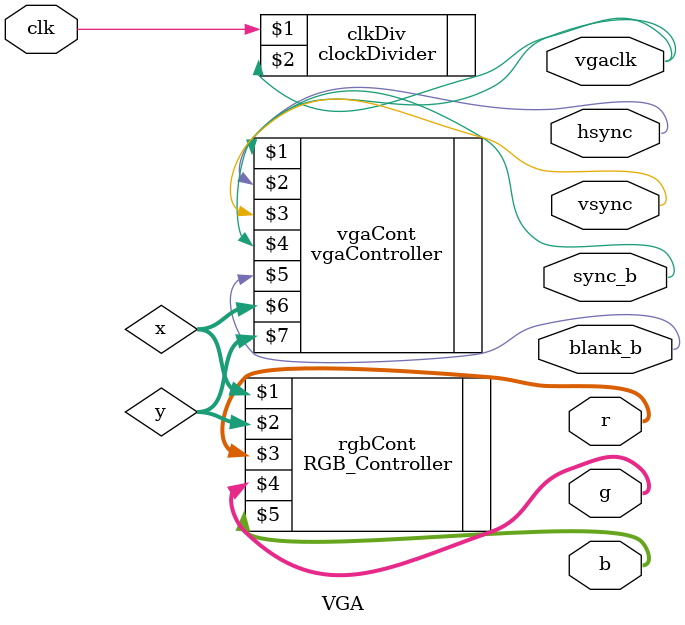
<source format=sv>
module VGA(input logic clk, // Debe de ser de 50MHz
	output logic vgaclk, // 25.175 MHz VGA clock
	output logic hsync, vsync,
	output logic sync_b, blank_b,
	output logic [7:0] r, g, b);
	
	 
	 
	
	logic [9:0] x, y;

	clockDivider clkDiv(clk, vgaclk);
	
	vgaController vgaCont(vgaclk, hsync, vsync, sync_b, blank_b, x, y);
	
	RGB_Controller rgbCont(x,y,r,g,b);

	
	
endmodule
</source>
